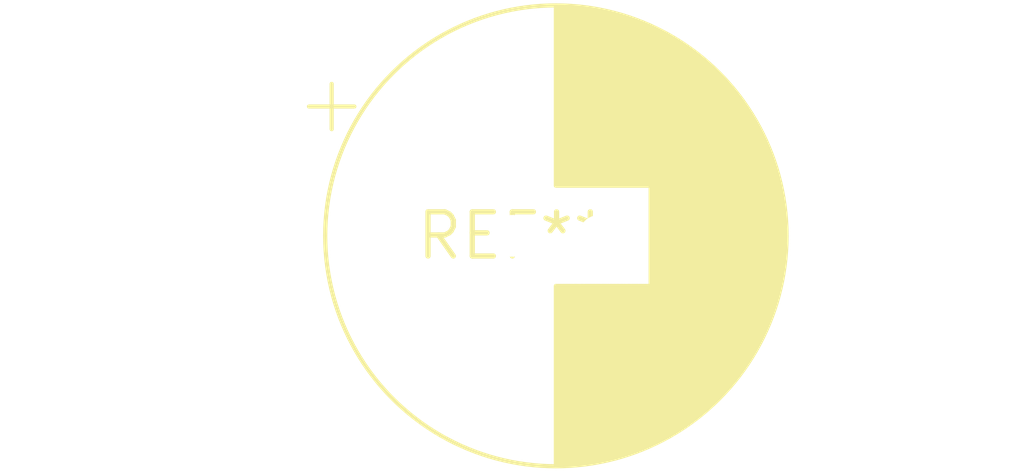
<source format=kicad_pcb>
(kicad_pcb (version 20240108) (generator pcbnew)
  (layers (0 "F.Cu" signal) (31 "B.Cu" signal) (34 "B.Paste" user) (35 "F.Paste" user) (36 "B.SilkS" user "B.Silkscreen") (37 "F.SilkS" user "F.Silkscreen") (38 "B.Mask" user) (39 "F.Mask" user) (44 "Edge.Cuts" user))
  (net 0 "")
  (footprint "CP_Radial_D13.0mm_P2.50mm" (layer "F.Cu") (at 0 0)
    (property "Reference" "REF**")
    (property "Value" "CP_Radial_D13.0mm_P2.50mm")
    (fp_line (start -5.834569 -3.715) (end -4.534569 -3.715) (layer "F.SilkS") (stroke (width 0.12)))
    (fp_line (start -5.184569 -4.365) (end -5.184569 -3.065) (layer "F.SilkS") (stroke (width 0.12)))
    (fp_line (start 1.25 -6.58) (end 1.25 -1.44) (layer "F.SilkS") (stroke (width 0.12)))
    (fp_line (start 1.25 1.44) (end 1.25 6.58) (layer "F.SilkS") (stroke (width 0.12)))
    (fp_line (start 1.29 -6.58) (end 1.29 -1.44) (layer "F.SilkS") (stroke (width 0.12)))
    (fp_line (start 1.29 1.44) (end 1.29 6.58) (layer "F.SilkS") (stroke (width 0.12)))
    (fp_line (start 1.33 -6.58) (end 1.33 -1.44) (layer "F.SilkS") (stroke (width 0.12)))
    (fp_line (start 1.33 1.44) (end 1.33 6.58) (layer "F.SilkS") (stroke (width 0.12)))
    (fp_line (start 1.37 -6.579) (end 1.37 -1.44) (layer "F.SilkS") (stroke (width 0.12)))
    (fp_line (start 1.37 1.44) (end 1.37 6.579) (layer "F.SilkS") (stroke (width 0.12)))
    (fp_line (start 1.41 -6.579) (end 1.41 -1.44) (layer "F.SilkS") (stroke (width 0.12)))
    (fp_line (start 1.41 1.44) (end 1.41 6.579) (layer "F.SilkS") (stroke (width 0.12)))
    (fp_line (start 1.45 -6.577) (end 1.45 -1.44) (layer "F.SilkS") (stroke (width 0.12)))
    (fp_line (start 1.45 1.44) (end 1.45 6.577) (layer "F.SilkS") (stroke (width 0.12)))
    (fp_line (start 1.49 -6.576) (end 1.49 -1.44) (layer "F.SilkS") (stroke (width 0.12)))
    (fp_line (start 1.49 1.44) (end 1.49 6.576) (layer "F.SilkS") (stroke (width 0.12)))
    (fp_line (start 1.53 -6.575) (end 1.53 -1.44) (layer "F.SilkS") (stroke (width 0.12)))
    (fp_line (start 1.53 1.44) (end 1.53 6.575) (layer "F.SilkS") (stroke (width 0.12)))
    (fp_line (start 1.57 -6.573) (end 1.57 -1.44) (layer "F.SilkS") (stroke (width 0.12)))
    (fp_line (start 1.57 1.44) (end 1.57 6.573) (layer "F.SilkS") (stroke (width 0.12)))
    (fp_line (start 1.61 -6.571) (end 1.61 -1.44) (layer "F.SilkS") (stroke (width 0.12)))
    (fp_line (start 1.61 1.44) (end 1.61 6.571) (layer "F.SilkS") (stroke (width 0.12)))
    (fp_line (start 1.65 -6.568) (end 1.65 -1.44) (layer "F.SilkS") (stroke (width 0.12)))
    (fp_line (start 1.65 1.44) (end 1.65 6.568) (layer "F.SilkS") (stroke (width 0.12)))
    (fp_line (start 1.69 -6.566) (end 1.69 -1.44) (layer "F.SilkS") (stroke (width 0.12)))
    (fp_line (start 1.69 1.44) (end 1.69 6.566) (layer "F.SilkS") (stroke (width 0.12)))
    (fp_line (start 1.73 -6.563) (end 1.73 -1.44) (layer "F.SilkS") (stroke (width 0.12)))
    (fp_line (start 1.73 1.44) (end 1.73 6.563) (layer "F.SilkS") (stroke (width 0.12)))
    (fp_line (start 1.77 -6.56) (end 1.77 -1.44) (layer "F.SilkS") (stroke (width 0.12)))
    (fp_line (start 1.77 1.44) (end 1.77 6.56) (layer "F.SilkS") (stroke (width 0.12)))
    (fp_line (start 1.81 -6.557) (end 1.81 -1.44) (layer "F.SilkS") (stroke (width 0.12)))
    (fp_line (start 1.81 1.44) (end 1.81 6.557) (layer "F.SilkS") (stroke (width 0.12)))
    (fp_line (start 1.85 -6.553) (end 1.85 -1.44) (layer "F.SilkS") (stroke (width 0.12)))
    (fp_line (start 1.85 1.44) (end 1.85 6.553) (layer "F.SilkS") (stroke (width 0.12)))
    (fp_line (start 1.89 -6.549) (end 1.89 -1.44) (layer "F.SilkS") (stroke (width 0.12)))
    (fp_line (start 1.89 1.44) (end 1.89 6.549) (layer "F.SilkS") (stroke (width 0.12)))
    (fp_line (start 1.93 -6.545) (end 1.93 -1.44) (layer "F.SilkS") (stroke (width 0.12)))
    (fp_line (start 1.93 1.44) (end 1.93 6.545) (layer "F.SilkS") (stroke (width 0.12)))
    (fp_line (start 1.971 -6.541) (end 1.971 -1.44) (layer "F.SilkS") (stroke (width 0.12)))
    (fp_line (start 1.971 1.44) (end 1.971 6.541) (layer "F.SilkS") (stroke (width 0.12)))
    (fp_line (start 2.011 -6.537) (end 2.011 -1.44) (layer "F.SilkS") (stroke (width 0.12)))
    (fp_line (start 2.011 1.44) (end 2.011 6.537) (layer "F.SilkS") (stroke (width 0.12)))
    (fp_line (start 2.051 -6.532) (end 2.051 -1.44) (layer "F.SilkS") (stroke (width 0.12)))
    (fp_line (start 2.051 1.44) (end 2.051 6.532) (layer "F.SilkS") (stroke (width 0.12)))
    (fp_line (start 2.091 -6.527) (end 2.091 -1.44) (layer "F.SilkS") (stroke (width 0.12)))
    (fp_line (start 2.091 1.44) (end 2.091 6.527) (layer "F.SilkS") (stroke (width 0.12)))
    (fp_line (start 2.131 -6.522) (end 2.131 -1.44) (layer "F.SilkS") (stroke (width 0.12)))
    (fp_line (start 2.131 1.44) (end 2.131 6.522) (layer "F.SilkS") (stroke (width 0.12)))
    (fp_line (start 2.171 -6.516) (end 2.171 -1.44) (layer "F.SilkS") (stroke (width 0.12)))
    (fp_line (start 2.171 1.44) (end 2.171 6.516) (layer "F.SilkS") (stroke (width 0.12)))
    (fp_line (start 2.211 -6.511) (end 2.211 -1.44) (layer "F.SilkS") (stroke (width 0.12)))
    (fp_line (start 2.211 1.44) (end 2.211 6.511) (layer "F.SilkS") (stroke (width 0.12)))
    (fp_line (start 2.251 -6.505) (end 2.251 -1.44) (layer "F.SilkS") (stroke (width 0.12)))
    (fp_line (start 2.251 1.44) (end 2.251 6.505) (layer "F.SilkS") (stroke (width 0.12)))
    (fp_line (start 2.291 -6.498) (end 2.291 -1.44) (layer "F.SilkS") (stroke (width 0.12)))
    (fp_line (start 2.291 1.44) (end 2.291 6.498) (layer "F.SilkS") (stroke (width 0.12)))
    (fp_line (start 2.331 -6.492) (end 2.331 -1.44) (layer "F.SilkS") (stroke (width 0.12)))
    (fp_line (start 2.331 1.44) (end 2.331 6.492) (layer "F.SilkS") (stroke (width 0.12)))
    (fp_line (start 2.371 -6.485) (end 2.371 -1.44) (layer "F.SilkS") (stroke (width 0.12)))
    (fp_line (start 2.371 1.44) (end 2.371 6.485) (layer "F.SilkS") (stroke (width 0.12)))
    (fp_line (start 2.411 -6.478) (end 2.411 -1.44) (layer "F.SilkS") (stroke (width 0.12)))
    (fp_line (start 2.411 1.44) (end 2.411 6.478) (layer "F.SilkS") (stroke (width 0.12)))
    (fp_line (start 2.451 -6.471) (end 2.451 -1.44) (layer "F.SilkS") (stroke (width 0.12)))
    (fp_line (start 2.451 1.44) (end 2.451 6.471) (layer "F.SilkS") (stroke (width 0.12)))
    (fp_line (start 2.491 -6.463) (end 2.491 -1.44) (layer "F.SilkS") (stroke (width 0.12)))
    (fp_line (start 2.491 1.44) (end 2.491 6.463) (layer "F.SilkS") (stroke (width 0.12)))
    (fp_line (start 2.531 -6.456) (end 2.531 -1.44) (layer "F.SilkS") (stroke (width 0.12)))
    (fp_line (start 2.531 1.44) (end 2.531 6.456) (layer "F.SilkS") (stroke (width 0.12)))
    (fp_line (start 2.571 -6.448) (end 2.571 -1.44) (layer "F.SilkS") (stroke (width 0.12)))
    (fp_line (start 2.571 1.44) (end 2.571 6.448) (layer "F.SilkS") (stroke (width 0.12)))
    (fp_line (start 2.611 -6.439) (end 2.611 -1.44) (layer "F.SilkS") (stroke (width 0.12)))
    (fp_line (start 2.611 1.44) (end 2.611 6.439) (layer "F.SilkS") (stroke (width 0.12)))
    (fp_line (start 2.651 -6.431) (end 2.651 -1.44) (layer "F.SilkS") (stroke (width 0.12)))
    (fp_line (start 2.651 1.44) (end 2.651 6.431) (layer "F.SilkS") (stroke (width 0.12)))
    (fp_line (start 2.691 -6.422) (end 2.691 -1.44) (layer "F.SilkS") (stroke (width 0.12)))
    (fp_line (start 2.691 1.44) (end 2.691 6.422) (layer "F.SilkS") (stroke (width 0.12)))
    (fp_line (start 2.731 -6.413) (end 2.731 -1.44) (layer "F.SilkS") (stroke (width 0.12)))
    (fp_line (start 2.731 1.44) (end 2.731 6.413) (layer "F.SilkS") (stroke (width 0.12)))
    (fp_line (start 2.771 -6.404) (end 2.771 -1.44) (layer "F.SilkS") (stroke (width 0.12)))
    (fp_line (start 2.771 1.44) (end 2.771 6.404) (layer "F.SilkS") (stroke (width 0.12)))
    (fp_line (start 2.811 -6.394) (end 2.811 -1.44) (layer "F.SilkS") (stroke (width 0.12)))
    (fp_line (start 2.811 1.44) (end 2.811 6.394) (layer "F.SilkS") (stroke (width 0.12)))
    (fp_line (start 2.851 -6.384) (end 2.851 -1.44) (layer "F.SilkS") (stroke (width 0.12)))
    (fp_line (start 2.851 1.44) (end 2.851 6.384) (layer "F.SilkS") (stroke (width 0.12)))
    (fp_line (start 2.891 -6.374) (end 2.891 -1.44) (layer "F.SilkS") (stroke (width 0.12)))
    (fp_line (start 2.891 1.44) (end 2.891 6.374) (layer "F.SilkS") (stroke (width 0.12)))
    (fp_line (start 2.931 -6.364) (end 2.931 -1.44) (layer "F.SilkS") (stroke (width 0.12)))
    (fp_line (start 2.931 1.44) (end 2.931 6.364) (layer "F.SilkS") (stroke (width 0.12)))
    (fp_line (start 2.971 -6.353) (end 2.971 -1.44) (layer "F.SilkS") (stroke (width 0.12)))
    (fp_line (start 2.971 1.44) (end 2.971 6.353) (layer "F.SilkS") (stroke (width 0.12)))
    (fp_line (start 3.011 -6.342) (end 3.011 -1.44) (layer "F.SilkS") (stroke (width 0.12)))
    (fp_line (start 3.011 1.44) (end 3.011 6.342) (layer "F.SilkS") (stroke (width 0.12)))
    (fp_line (start 3.051 -6.331) (end 3.051 -1.44) (layer "F.SilkS") (stroke (width 0.12)))
    (fp_line (start 3.051 1.44) (end 3.051 6.331) (layer "F.SilkS") (stroke (width 0.12)))
    (fp_line (start 3.091 -6.32) (end 3.091 -1.44) (layer "F.SilkS") (stroke (width 0.12)))
    (fp_line (start 3.091 1.44) (end 3.091 6.32) (layer "F.SilkS") (stroke (width 0.12)))
    (fp_line (start 3.131 -6.308) (end 3.131 -1.44) (layer "F.SilkS") (stroke (width 0.12)))
    (fp_line (start 3.131 1.44) (end 3.131 6.308) (layer "F.SilkS") (stroke (width 0.12)))
    (fp_line (start 3.171 -6.296) (end 3.171 -1.44) (layer "F.SilkS") (stroke (width 0.12)))
    (fp_line (start 3.171 1.44) (end 3.171 6.296) (layer "F.SilkS") (stroke (width 0.12)))
    (fp_line (start 3.211 -6.284) (end 3.211 -1.44) (layer "F.SilkS") (stroke (width 0.12)))
    (fp_line (start 3.211 1.44) (end 3.211 6.284) (layer "F.SilkS") (stroke (width 0.12)))
    (fp_line (start 3.251 -6.271) (end 3.251 -1.44) (layer "F.SilkS") (stroke (width 0.12)))
    (fp_line (start 3.251 1.44) (end 3.251 6.271) (layer "F.SilkS") (stroke (width 0.12)))
    (fp_line (start 3.291 -6.258) (end 3.291 -1.44) (layer "F.SilkS") (stroke (width 0.12)))
    (fp_line (start 3.291 1.44) (end 3.291 6.258) (layer "F.SilkS") (stroke (width 0.12)))
    (fp_line (start 3.331 -6.245) (end 3.331 -1.44) (layer "F.SilkS") (stroke (width 0.12)))
    (fp_line (start 3.331 1.44) (end 3.331 6.245) (layer "F.SilkS") (stroke (width 0.12)))
    (fp_line (start 3.371 -6.232) (end 3.371 -1.44) (layer "F.SilkS") (stroke (width 0.12)))
    (fp_line (start 3.371 1.44) (end 3.371 6.232) (layer "F.SilkS") (stroke (width 0.12)))
    (fp_line (start 3.411 -6.218) (end 3.411 -1.44) (layer "F.SilkS") (stroke (width 0.12)))
    (fp_line (start 3.411 1.44) (end 3.411 6.218) (layer "F.SilkS") (stroke (width 0.12)))
    (fp_line (start 3.451 -6.204) (end 3.451 -1.44) (layer "F.SilkS") (stroke (width 0.12)))
    (fp_line (start 3.451 1.44) (end 3.451 6.204) (layer "F.SilkS") (stroke (width 0.12)))
    (fp_line (start 3.491 -6.19) (end 3.491 -1.44) (layer "F.SilkS") (stroke (width 0.12)))
    (fp_line (start 3.491 1.44) (end 3.491 6.19) (layer "F.SilkS") (stroke (width 0.12)))
    (fp_line (start 3.531 -6.175) (end 3.531 -1.44) (layer "F.SilkS") (stroke (width 0.12)))
    (fp_line (start 3.531 1.44) (end 3.531 6.175) (layer "F.SilkS") (stroke (width 0.12)))
    (fp_line (start 3.571 -6.161) (end 3.571 -1.44) (layer "F.SilkS") (stroke (width 0.12)))
    (fp_line (start 3.571 1.44) (end 3.571 6.161) (layer "F.SilkS") (stroke (width 0.12)))
    (fp_line (start 3.611 -6.146) (end 3.611 -1.44) (layer "F.SilkS") (stroke (width 0.12)))
    (fp_line (start 3.611 1.44) (end 3.611 6.146) (layer "F.SilkS") (stroke (width 0.12)))
    (fp_line (start 3.651 -6.13) (end 3.651 -1.44) (layer "F.SilkS") (stroke (width 0.12)))
    (fp_line (start 3.651 1.44) (end 3.651 6.13) (layer "F.SilkS") (stroke (width 0.12)))
    (fp_line (start 3.691 -6.114) (end 3.691 -1.44) (layer "F.SilkS") (stroke (width 0.12)))
    (fp_line (start 3.691 1.44) (end 3.691 6.114) (layer "F.SilkS") (stroke (width 0.12)))
    (fp_line (start 3.731 -6.098) (end 3.731 -1.44) (layer "F.SilkS") (stroke (width 0.12)))
    (fp_line (start 3.731 1.44) (end 3.731 6.098) (layer "F.SilkS") (stroke (width 0.12)))
    (fp_line (start 3.771 -6.082) (end 3.771 -1.44) (layer "F.SilkS") (stroke (width 0.12)))
    (fp_line (start 3.771 1.44) (end 3.771 6.082) (layer "F.SilkS") (stroke (width 0.12)))
    (fp_line (start 3.811 -6.065) (end 3.811 -1.44) (layer "F.SilkS") (stroke (width 0.12)))
    (fp_line (start 3.811 1.44) (end 3.811 6.065) (layer "F.SilkS") (stroke (width 0.12)))
    (fp_line (start 3.851 -6.049) (end 3.851 -1.44) (layer "F.SilkS") (stroke (width 0.12)))
    (fp_line (start 3.851 1.44) (end 3.851 6.049) (layer "F.SilkS") (stroke (width 0.12)))
    (fp_line (start 3.891 -6.031) (end 3.891 -1.44) (layer "F.SilkS") (stroke (width 0.12)))
    (fp_line (start 3.891 1.44) (end 3.891 6.031) (layer "F.SilkS") (stroke (width 0.12)))
    (fp_line (start 3.931 -6.014) (end 3.931 -1.44) (layer "F.SilkS") (stroke (width 0.12)))
    (fp_line (start 3.931 1.44) (end 3.931 6.014) (layer "F.SilkS") (stroke (width 0.12)))
    (fp_line (start 3.971 -5.996) (end 3.971 5.996) (layer "F.SilkS") (stroke (width 0.12)))
    (fp_line (start 4.011 -5.978) (end 4.011 5.978) (layer "F.SilkS") (stroke (width 0.12)))
    (fp_line (start 4.051 -5.959) (end 4.051 5.959) (layer "F.SilkS") (stroke (width 0.12)))
    (fp_line (start 4.091 -5.94) (end 4.091 5.94) (layer "F.SilkS") (stroke (width 0.12)))
    (fp_line (start 4.131 -5.921) (end 4.131 5.921) (layer "F.SilkS") (stroke (width 0.12)))
    (fp_line (start 4.171 -5.902) (end 4.171 5.902) (layer "F.SilkS") (stroke (width 0.12)))
    (fp_line (start 4.211 -5.882) (end 4.211 5.882) (layer "F.SilkS") (stroke (width 0.12)))
    (fp_line (start 4.251 -5.862) (end 4.251 5.862) (layer "F.SilkS") (stroke (width 0.12)))
    (fp_line (start 4.291 -5.841) (end 4.291 5.841) (layer "F.SilkS") (stroke (width 0.12)))
    (fp_line (start 4.331 -5.82) (end 4.331 5.82) (layer "F.SilkS") (stroke (width 0.12)))
    (fp_line (start 4.371 -5.799) (end 4.371 5.799) (layer "F.SilkS") (stroke (width 0.12)))
    (fp_line (start 4.411 -5.778) (end 4.411 5.778) (layer "F.SilkS") (stroke (width 0.12)))
    (fp_line (start 4.451 -5.756) (end 4.451 5.756) (layer "F.SilkS") (stroke (width 0.12)))
    (fp_line (start 4.491 -5.733) (end 4.491 5.733) (layer "F.SilkS") (stroke (width 0.12)))
    (fp_line (start 4.531 -5.711) (end 4.531 5.711) (layer "F.SilkS") (stroke (width 0.12)))
    (fp_line (start 4.571 -5.688) (end 4.571 5.688) (layer "F.SilkS") (stroke (width 0.12)))
    (fp_line (start 4.611 -5.664) (end 4.611 5.664) (layer "F.SilkS") (stroke (width 0.12)))
    (fp_line (start 4.651 -5.641) (end 4.651 5.641) (layer "F.SilkS") (stroke (width 0.12)))
    (fp_line (start 4.691 -5.617) (end 4.691 5.617) (layer "F.SilkS") (stroke (width 0.12)))
    (fp_line (start 4.731 -5.592) (end 4.731 5.592) (layer "F.SilkS") (stroke (width 0.12)))
    (fp_line (start 4.771 -5.567) (end 4.771 5.567) (layer "F.SilkS") (stroke (width 0.12)))
    (fp_line (start 4.811 -5.542) (end 4.811 5.542) (layer "F.SilkS") (stroke (width 0.12)))
    (fp_line (start 4.851 -5.516) (end 4.851 5.516) (layer "F.SilkS") (stroke (width 0.12)))
    (fp_line (start 4.891 -5.49) (end 4.891 5.49) (layer "F.SilkS") (stroke (width 0.12)))
    (fp_line (start 4.931 -5.463) (end 4.931 5.463) (layer "F.SilkS") (stroke (width 0.12)))
    (fp_line (start 4.971 -5.436) (end 4.971 5.436) (layer "F.SilkS") (stroke (width 0.12)))
    (fp_line (start 5.011 -5.409) (end 5.011 5.409) (layer "F.SilkS") (stroke (width 0.12)))
    (fp_line (start 5.051 -5.381) (end 5.051 5.381) (layer "F.SilkS") (stroke (width 0.12)))
    (fp_line (start 5.091 -5.353) (end 5.091 5.353) (layer "F.SilkS") (stroke (width 0.12)))
    (fp_line (start 5.131 -5.324) (end 5.131 5.324) (layer "F.SilkS") (stroke (width 0.12)))
    (fp_line (start 5.171 -5.295) (end 5.171 5.295) (layer "F.SilkS") (stroke (width 0.12)))
    (fp_line (start 5.211 -5.265) (end 5.211 5.265) (layer "F.SilkS") (stroke (width 0.12)))
    (fp_line (start 5.251 -5.235) (end 5.251 5.235) (layer "F.SilkS") (stroke (width 0.12)))
    (fp_line (start 5.291 -5.205) (end 5.291 5.205) (layer "F.SilkS") (stroke (width 0.12)))
    (fp_line (start 5.331 -5.174) (end 5.331 5.174) (layer "F.SilkS") (stroke (width 0.12)))
    (fp_line (start 5.371 -5.142) (end 5.371 5.142) (layer "F.SilkS") (stroke (width 0.12)))
    (fp_line (start 5.411 -5.11) (end 5.411 5.11) (layer "F.SilkS") (stroke (width 0.12)))
    (fp_line (start 5.451 -5.078) (end 5.451 5.078) (layer "F.SilkS") (stroke (width 0.12)))
    (fp_line (start 5.491 -5.044) (end 5.491 5.044) (layer "F.SilkS") (stroke (width 0.12)))
    (fp_line (start 5.531 -5.011) (end 5.531 5.011) (layer "F.SilkS") (stroke (width 0.12)))
    (fp_line (start 5.571 -4.977) (end 5.571 4.977) (layer "F.SilkS") (stroke (width 0.12)))
    (fp_line (start 5.611 -4.942) (end 5.611 4.942) (layer "F.SilkS") (stroke (width 0.12)))
    (fp_line (start 5.651 -4.907) (end 5.651 4.907) (layer "F.SilkS") (stroke (width 0.12)))
    (fp_line (start 5.691 -4.871) (end 5.691 4.871) (layer "F.SilkS") (stroke (width 0.12)))
    (fp_line (start 5.731 -4.834) (end 5.731 4.834) (layer "F.SilkS") (stroke (width 0.12)))
    (fp_line (start 5.771 -4.797) (end 5.771 4.797) (layer "F.SilkS") (stroke (width 0.12)))
    (fp_line (start 5.811 -4.76) (end 5.811 4.76) (layer "F.SilkS") (stroke (width 0.12)))
    (fp_line (start 5.851 -4.721) (end 5.851 4.721) (layer "F.SilkS") (stroke (width 0.12)))
    (fp_line (start 5.891 -4.682) (end 5.891 4.682) (layer "F.SilkS") (stroke (width 0.12)))
    (fp_line (start 5.931 -4.643) (end 5.931 4.643) (layer "F.SilkS") (stroke (width 0.12)))
    (fp_line (start 5.971 -4.602) (end 5.971 4.602) (layer "F.SilkS") (stroke (width 0.12)))
    (fp_line (start 6.011 -4.561) (end 6.011 4.561) (layer "F.SilkS") (stroke (width 0.12)))
    (fp_line (start 6.051 -4.519) (end 6.051 4.519) (layer "F.SilkS") (stroke (width 0.12)))
    (fp_line (start 6.091 -4.477) (end 6.091 4.477) (layer "F.SilkS") (stroke (width 0.12)))
    (fp_line (start 6.131 -4.434) (end 6.131 4.434) (layer "F.SilkS") (stroke (width 0.12)))
    (fp_line (start 6.171 -4.39) (end 6.171 4.39) (layer "F.SilkS") (stroke (width 0.12)))
    (fp_line (start 6.211 -4.345) (end 6.211 4.345) (layer "F.SilkS") (stroke (width 0.12)))
    (fp_line (start 6.251 -4.299) (end 6.251 4.299) (layer "F.SilkS") (stroke (width 0.12)))
    (fp_line (start 6.291 -4.253) (end 6.291 4.253) (layer "F.SilkS") (stroke (width 0.12)))
    (fp_line (start 6.331 -4.205) (end 6.331 4.205) (layer "F.SilkS") (stroke (width 0.12)))
    (fp_line (start 6.371 -4.157) (end 6.371 4.157) (layer "F.SilkS") (stroke (width 0.12)))
    (fp_line (start 6.411 -4.108) (end 6.411 4.108) (layer "F.SilkS") (stroke (width 0.12)))
    (fp_line (start 6.451 -4.057) (end 6.451 4.057) (layer "F.SilkS") (stroke (width 0.12)))
    (fp_line (start 6.491 -4.006) (end 6.491 4.006) (layer "F.SilkS") (stroke (width 0.12)))
    (fp_line (start 6.531 -3.954) (end 6.531 3.954) (layer "F.SilkS") (stroke (width 0.12)))
    (fp_line (start 6.571 -3.9) (end 6.571 3.9) (layer "F.SilkS") (stroke (width 0.12)))
    (fp_line (start 6.611 -3.846) (end 6.611 3.846) (layer "F.SilkS") (stroke (width 0.12)))
    (fp_line (start 6.651 -3.79) (end 6.651 3.79) (layer "F.SilkS") (stroke (width 0.12)))
    (fp_line (start 6.691 -3.733) (end 6.691 3.733) (layer "F.SilkS") (stroke (width 0.12)))
    (fp_line (start 6.731 -3.675) (end 6.731 3.675) (layer "F.SilkS") (stroke (width 0.12)))
    (fp_line (start 6.771 -3.615) (end 6.771 3.615) (layer "F.SilkS") (stroke (width 0.12)))
    (fp_line (start 6.811 -3.554) (end 6.811 3.554) (layer "F.SilkS") (stroke (width 0.12)))
    (fp_line (start 6.851 -3.491) (end 6.851 3.491) (layer "F.SilkS") (stroke (width 0.12)))
    (fp_line (start 6.891 -3.427) (end 6.891 3.427) (layer "F.SilkS") (stroke (width 0.12)))
    (fp_line (start 6.931 -3.361) (end 6.931 3.361) (layer "F.SilkS") (stroke (width 0.12)))
    (fp_line (start 6.971 -3.293) (end 6.971 3.293) (layer "F.SilkS") (stroke (width 0.12)))
    (fp_line (start 7.011 -3.223) (end 7.011 3.223) (layer "F.SilkS") (stroke (width 0.12)))
    (fp_line (start 7.051 -3.152) (end 7.051 3.152) (layer "F.SilkS") (stroke (width 0.12)))
    (fp_line (start 7.091 -3.078) (end 7.091 3.078) (layer "F.SilkS") (stroke (width 0.12)))
    (fp_line (start 7.131 -3.002) (end 7.131 3.002) (layer "F.SilkS") (stroke (width 0.12)))
    (fp_line (start 7.171 -2.923) (end 7.171 2.923) (layer "F.SilkS") (stroke (width 0.12)))
    (fp_line (start 7.211 -2.842) (end 7.211 2.842) (layer "F.SilkS") (stroke (width 0.12)))
    (fp_line (start 7.251 -2.758) (end 7.251 2.758) (layer "F.SilkS") (stroke (width 0.12)))
    (fp_line (start 7.291 -2.67) (end 7.291 2.67) (layer "F.SilkS") (stroke (width 0.12)))
    (fp_line (start 7.331 -2.579) (end 7.331 2.579) (layer "F.SilkS") (stroke (width 0.12)))
    (fp_line (start 7.371 -2.484) (end 7.371 2.484) (layer "F.SilkS") (stroke (width 0.12)))
    (fp_line (start 7.411 -2.385) (end 7.411 2.385) (layer "F.SilkS") (stroke (width 0.12)))
    (fp_line (start 7.451 -2.281) (end 7.451 2.281) (layer "F.SilkS") (stroke (width 0.12)))
    (fp_line (start 7.491 -2.171) (end 7.491 2.171) (layer "F.SilkS") (stroke (width 0.12)))
    (fp_line (start 7.531 -2.055) (end 7.531 2.055) (layer "F.SilkS") (stroke (width 0.12)))
    (fp_line (start 7.571 -1.931) (end 7.571 1.931) (layer "F.SilkS") (stroke (width 0.12)))
    (fp_line (start 7.611 -1.798) (end 7.611 1.798) (layer "F.SilkS") (stroke (width 0.12)))
    (fp_line (start 7.651 -1.653) (end 7.651 1.653) (layer "F.SilkS") (stroke (width 0.12)))
    (fp_line (start 7.691 -1.494) (end 7.691 1.494) (layer "F.SilkS") (stroke (width 0.12)))
    (fp_line (start 7.731 -1.315) (end 7.731 1.315) (layer "F.SilkS") (stroke (width 0.12)))
    (fp_line (start 7.771 -1.107) (end 7.771 1.107) (layer "F.SilkS") (stroke (width 0.12)))
    (fp_line (start 7.811 -0.85) (end 7.811 0.85) (layer "F.SilkS") (stroke (width 0.12)))
    (fp_line (start 7.851 -0.475) (end 7.851 0.475) (layer "F.SilkS") (stroke (width 0.12)))
    (fp_circle (center 1.25 0) (end 7.87 0) (layer "F.SilkS") (stroke (width 0.12)) (fill none))
    (pad "1" thru_hole rect (at 0 0) (size 2.4 2.4) (drill 1.2) (layers *.Cu *.Mask) (remove_unused_layers))
    (pad "2" thru_hole circle (at 2.5 0) (size 2.4 2.4) (drill 1.2) (layers *.Cu *.Mask) (remove_unused_layers))
  )
)
</source>
